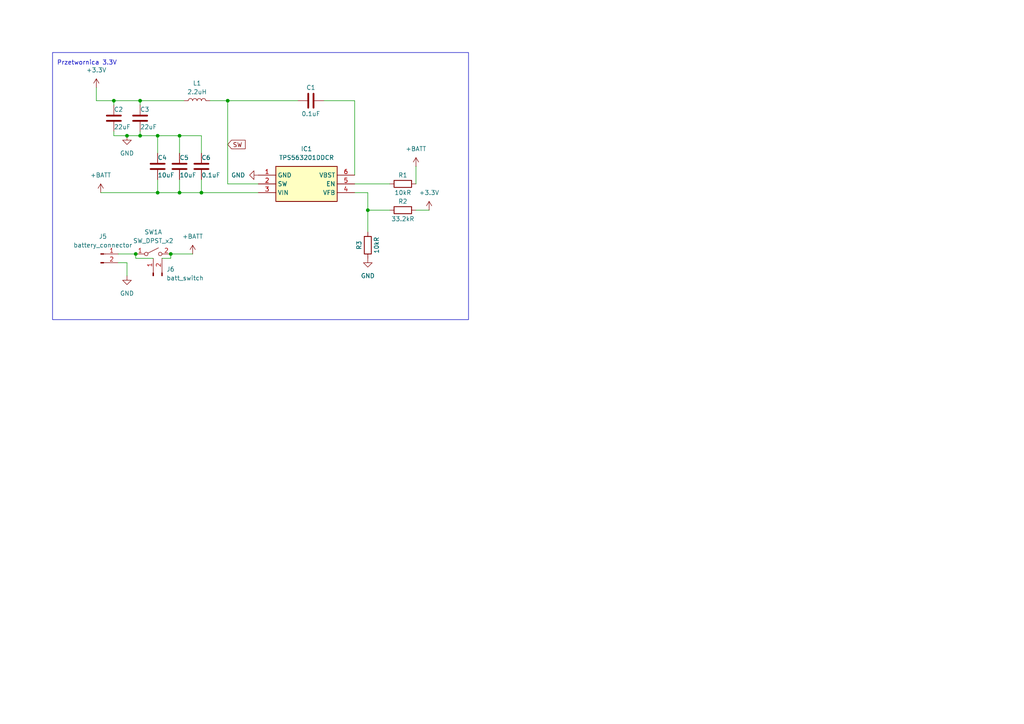
<source format=kicad_sch>
(kicad_sch (version 20231120) (generator "eeschema") (generator_version "8.0")
  (paper "A4")
  (lib_symbols
    (symbol "+3.3V_1" (power) (pin_numbers hide) (pin_names (offset 0) hide)
      (property "Value" "+3.3V" (at 0 3.556 0))
      (symbol "+3.3V_1_0_1"
        (polyline (pts (xy -0.762 1.27) (xy 0 2.54)))
        (polyline (pts (xy 0 0) (xy 0 2.54)))
        (polyline (pts (xy 0 2.54) (xy 0.762 1.27)))
      )
      (symbol "+3.3V_1_1_1"
        (pin power_in line (at 0 0 90) (length 0) (name "~") (number "1"))
      )
    )
    (symbol "Connector:Conn_01x02_Pin" (pin_names (offset 1.016) hide)
      (property "Reference" "J" (at 0 2.54 0))
      (property "Value" "Conn_01x02_Pin" (at 0 -5.08 0))
      (symbol "Conn_01x02_Pin_1_1"
        (polyline (pts (xy 1.27 -2.54) (xy 0.8636 -2.54)) (stroke (width 0.1524)))
        (polyline (pts (xy 1.27 0) (xy 0.8636 0)) (stroke (width 0.1524)))
        (rectangle (start 0.8636 -2.413) (end 0 -2.667) (stroke (width 0.1524)) (fill (type outline)))
        (rectangle (start 0.8636 0.127) (end 0 -0.127) (stroke (width 0.1524)) (fill (type outline)))
        (pin passive line (at 5.08 0 180) (length 3.81) (name "Pin_1") (number "1"))
        (pin passive line (at 5.08 -2.54 180) (length 3.81) (name "Pin_2") (number "2"))
      )
    )
    (symbol "Device:C" (pin_numbers hide) (pin_names (offset 0.254))
      (property "Reference" "C" (at 0.635 2.54 0))
      (property "Value" "C" (at 0.635 -2.54 0))
      (symbol "C_0_1"
        (polyline (pts (xy -2.032 -0.762) (xy 2.032 -0.762)) (stroke (width 0.508)))
        (polyline (pts (xy -2.032 0.762) (xy 2.032 0.762)) (stroke (width 0.508)))
      )
      (symbol "C_1_1"
        (pin passive line (at 0 3.81 270) (length 2.794) (name "~") (number "1"))
        (pin passive line (at 0 -3.81 90) (length 2.794) (name "~") (number "2"))
      )
    )
    (symbol "Device:L" (pin_numbers hide) (pin_names (offset 1.016) hide)
      (property "Reference" "L" (at -1.27 0 90))
      (property "Value" "L" (at 1.905 0 90))
      (symbol "L_0_1"
        (arc (start 0 -2.54) (mid 0.6323 -1.905) (end 0 -1.27))
        (arc (start 0 -1.27) (mid 0.6323 -0.635) (end 0 0))
        (arc (start 0 0) (mid 0.6323 0.635) (end 0 1.27))
        (arc (start 0 1.27) (mid 0.6323 1.905) (end 0 2.54))
      )
      (symbol "L_1_1"
        (pin passive line (at 0 3.81 270) (length 1.27) (name "1") (number "1"))
        (pin passive line (at 0 -3.81 90) (length 1.27) (name "2") (number "2"))
      )
    )
    (symbol "Device:R" (pin_numbers hide) (pin_names (offset 0))
      (property "Reference" "R" (at 2.032 0 90))
      (property "Value" "R" (at 0 0 90))
      (symbol "R_0_1"
        (rectangle (start -1.016 -2.54) (end 1.016 2.54) (stroke (width 0.254)))
      )
      (symbol "R_1_1"
        (pin passive line (at 0 3.81 270) (length 1.27) (name "~") (number "1"))
        (pin passive line (at 0 -3.81 90) (length 1.27) (name "~") (number "2"))
      )
    )
    (symbol "Importowane schematy:TPS563201DDCR"
      (property "Reference" "IC" (at 24.13 7.62 0))
      (property "Value" "TPS563201DDCR" (at 24.13 5.08 0))
      (symbol "TPS563201DDCR_1_1"
        (rectangle (start 5.08 2.54) (end 22.86 -7.62) (stroke (width 0.254)) (fill (type background)))
        (pin passive line (at 0 0 0) (length 5.08) (name "GND") (number "1"))
        (pin passive line (at 0 -2.54 0) (length 5.08) (name "SW") (number "2"))
        (pin passive line (at 0 -5.08 0) (length 5.08) (name "VIN") (number "3"))
        (pin passive line (at 27.94 -5.08 180) (length 5.08) (name "VFB") (number "4"))
        (pin passive line (at 27.94 -2.54 180) (length 5.08) (name "EN") (number "5"))
        (pin passive line (at 27.94 0 180) (length 5.08) (name "VBST") (number "6"))
      )
    )
    (symbol "Switch:SW_DPST_x2" (pin_names (offset 0) hide)
      (property "Reference" "SW" (at 0 3.175 0))
      (property "Value" "SW_DPST_x2" (at 0 -2.54 0))
      (symbol "SW_DPST_x2_0_0"
        (circle (center -2.032 0) (radius 0.508))
        (polyline (pts (xy -1.524 0.254) (xy 1.524 1.778)))
        (circle (center 2.032 0) (radius 0.508))
      )
      (symbol "SW_DPST_x2_1_1"
        (pin passive line (at -5.08 0 0) (length 2.54) (name "A") (number "1"))
        (pin passive line (at 5.08 0 180) (length 2.54) (name "B") (number "2"))
      )
      (symbol "SW_DPST_x2_2_1"
        (pin passive line (at -5.08 0 0) (length 2.54) (name "A") (number "3"))
        (pin passive line (at 5.08 0 180) (length 2.54) (name "B") (number "4"))
      )
    )
    (symbol "power:+BATT" (power) (pin_numbers hide) (pin_names (offset 0) hide)
      (property "Value" "+BATT" (at 0 3.556 0))
      (symbol "+BATT_0_1"
        (polyline (pts (xy -0.762 1.27) (xy 0 2.54)))
        (polyline (pts (xy 0 0) (xy 0 2.54)))
        (polyline (pts (xy 0 2.54) (xy 0.762 1.27)))
      )
      (symbol "+BATT_1_1"
        (pin power_in line (at 0 0 90) (length 0) (name "~") (number "1"))
      )
    )
    (symbol "power:GND" (power) (pin_names (offset 0))
      (property "Value" "GND" (at 0 -3.81 0))
      (symbol "GND_0_1"
        (polyline (pts (xy 0 0) (xy 0 -1.27) (xy 1.27 -1.27) (xy 0 -2.54) (xy -1.27 -1.27) (xy 0 -1.27)))
      )
      (symbol "GND_1_1"
        (pin power_in line (at 0 0 270) (length 0) hide (name "GND") (number "1"))
      )
    )
  )
  (junction (at 58.42 55.88))
  (junction (at 45.72 39.37))
  (junction (at 66.04 29.21))
  (junction (at 52.07 39.37))
  (junction (at 40.64 39.37))
  (junction (at 39.37 73.66))
  (junction (at 106.68 60.96))
  (junction (at 40.64 29.21))
  (junction (at 49.53 73.66))
  (junction (at 52.07 55.88))
  (junction (at 33.02 29.21))
  (junction (at 36.83 39.37))
  (junction (at 45.72 55.88))
  (wire (pts (xy 36.83 76.2) (xy 36.83 80.01)))
  (wire (pts (xy 120.65 48.26) (xy 120.65 53.34)))
  (wire (pts (xy 27.94 25.4) (xy 27.94 29.21)))
  (wire (pts (xy 27.94 29.21) (xy 33.02 29.21)))
  (wire (pts (xy 49.53 74.93) (xy 46.99 74.93)))
  (wire (pts (xy 45.72 39.37) (xy 45.72 44.45)))
  (wire (pts (xy 60.96 29.21) (xy 66.04 29.21)))
  (wire (pts (xy 58.42 39.37) (xy 52.07 39.37)))
  (wire (pts (xy 58.42 44.45) (xy 58.42 39.37)))
  (wire (pts (xy 52.07 55.88) (xy 58.42 55.88)))
  (wire (pts (xy 39.37 73.66) (xy 39.37 74.93)))
  (wire (pts (xy 36.83 39.37) (xy 40.64 39.37)))
  (wire (pts (xy 45.72 52.07) (xy 45.72 55.88)))
  (wire (pts (xy 33.02 38.1) (xy 33.02 39.37)))
  (wire (pts (xy 33.02 29.21) (xy 33.02 30.48)))
  (wire (pts (xy 45.72 39.37) (xy 40.64 39.37)))
  (wire (pts (xy 40.64 29.21) (xy 40.64 30.48)))
  (wire (pts (xy 49.53 73.66) (xy 55.88 73.66)))
  (wire (pts (xy 58.42 52.07) (xy 58.42 55.88)))
  (wire (pts (xy 52.07 39.37) (xy 45.72 39.37)))
  (wire (pts (xy 34.29 73.66) (xy 39.37 73.66)))
  (wire (pts (xy 106.68 60.96) (xy 106.68 67.31)))
  (wire (pts (xy 66.04 29.21) (xy 66.04 53.34)))
  (wire (pts (xy 102.87 29.21) (xy 102.87 50.8)))
  (wire (pts (xy 45.72 55.88) (xy 52.07 55.88)))
  (wire (pts (xy 106.68 55.88) (xy 106.68 60.96)))
  (wire (pts (xy 33.02 29.21) (xy 40.64 29.21)))
  (wire (pts (xy 66.04 53.34) (xy 74.93 53.34)))
  (wire (pts (xy 40.64 39.37) (xy 40.64 38.1)))
  (wire (pts (xy 49.53 74.93) (xy 49.53 73.66)))
  (wire (pts (xy 66.04 29.21) (xy 86.36 29.21)))
  (wire (pts (xy 93.98 29.21) (xy 102.87 29.21)))
  (wire (pts (xy 58.42 55.88) (xy 74.93 55.88)))
  (wire (pts (xy 29.21 55.88) (xy 45.72 55.88)))
  (wire (pts (xy 40.64 29.21) (xy 53.34 29.21)))
  (wire (pts (xy 52.07 52.07) (xy 52.07 55.88)))
  (wire (pts (xy 34.29 76.2) (xy 36.83 76.2)))
  (wire (pts (xy 106.68 60.96) (xy 113.03 60.96)))
  (wire (pts (xy 120.65 60.96) (xy 124.46 60.96)))
  (wire (pts (xy 52.07 39.37) (xy 52.07 44.45)))
  (wire (pts (xy 102.87 53.34) (xy 113.03 53.34)))
  (wire (pts (xy 102.87 55.88) (xy 106.68 55.88)))
  (wire (pts (xy 44.45 74.93) (xy 39.37 74.93)))
  (wire (pts (xy 33.02 39.37) (xy 36.83 39.37)))
  (rectangle (start 15.24 15.24) (end 135.89 92.71))
  (text "Przetwornica 3.3V\n" (at 16.51 19.05 0) (effects (font (size 1.27 1.27)) (justify left bottom)))
  (global_label "SW" (shape input) (at 66.04 41.91 0) (property "Intersheetrefs" "${INTERSHEET_REFS}" (effects (hide yes))))
  (symbol (lib_id "Device:R") (at 106.68 71.12 180) (unit 1)
    (property "Reference" "R3" (at 104.14 71.12 90))
    (property "Value" "10kR" (at 109.22 71.12 90))
    (property "Footprint" "Resistor_SMD:R_0603_1608Metric" (effects (hide yes)))
  )
  (symbol (lib_id "Importowane schematy:TPS563201DDCR") (at 74.93 50.8 0) (unit 1)
    (property "Reference" "IC1" (at 88.9 43.18 0))
    (property "Value" "TPS563201DDCR" (at 88.9 45.72 0))
    (property "Footprint" "Importowane footprinty:SOT95P280X110-6N" (effects (hide yes)))
    (property "Datasheet" "http://www.ti.com/lit/gpn/tps563201" (effects (hide yes)))
    (property "Height" "1.1" (effects (hide yes)))
    (property "Manufacturer_Name" "Texas Instruments" (effects (hide yes)))
    (property "Manufacturer_Part_Number" "TPS563201DDCR" (effects (hide yes)))
  )
  (symbol (lib_id "Device:R") (at 116.84 53.34 90) (unit 1)
    (property "Reference" "R1" (at 116.84 50.8 90))
    (property "Value" "10kR" (at 116.84 55.88 90))
    (property "Footprint" "Resistor_SMD:R_0603_1608Metric" (effects (hide yes)))
  )
  (symbol (lib_id "Device:C") (at 90.17 29.21 90) (unit 1)
    (property "Reference" "C1" (at 90.17 25.4 90))
    (property "Value" "0.1uF" (at 90.17 33.02 90))
    (property "Footprint" "Capacitor_SMD:C_0603_1608Metric" (effects (hide yes)))
  )
  (symbol (lib_id "Connector:Conn_01x02_Pin") (at 44.45 80.01 90) (unit 1)
    (property "Reference" "J6" (at 48.26 78.1049 90) (effects (justify right)))
    (property "Value" "batt_switch" (at 48.26 80.6449 90) (effects (justify right)))
    (property "Footprint" "Connector_PinHeader_2.54mm:PinHeader_1x02_P2.54mm_Vertical" (effects (hide yes)))
    (property "Description" "Generic connector, single row, 01x02, script generated" (effects (hide yes)))
  )
  (symbol (lib_id "power:+BATT") (at 55.88 73.66 0) (unit 1)
    (property "Reference" "#PWR061" (effects (hide yes)))
    (property "Value" "+BATT" (at 55.88 68.58 0))
    (property "Description" "Power symbol creates a global label with name \"+BATT\"" (effects (hide yes)))
  )
  (symbol (lib_id "Device:C") (at 33.02 34.29 180) (unit 1)
    (property "Reference" "C2" (at 33.02 31.75 0) (effects (justify right)))
    (property "Value" "22uF" (at 33.02 36.83 0) (effects (justify right)))
    (property "Footprint" "Capacitor_SMD:C_0805_2012Metric" (effects (hide yes)))
  )
  (symbol (lib_id "Connector:Conn_01x02_Pin") (at 29.21 73.66 0) (unit 1)
    (property "Reference" "J5" (at 29.845 68.58 0))
    (property "Value" "battery_connector" (at 29.845 71.12 0))
    (property "Footprint" "Connector_PinHeader_2.54mm:PinHeader_1x02_P2.54mm_Vertical" (effects (hide yes)))
    (property "Description" "Generic connector, single row, 01x02, script generated" (effects (hide yes)))
  )
  (symbol (lib_id "Device:C") (at 45.72 48.26 180) (unit 1)
    (property "Reference" "C4" (at 45.72 45.72 0) (effects (justify right)))
    (property "Value" "10uF" (at 45.72 50.8 0) (effects (justify right)))
    (property "Footprint" "Capacitor_SMD:C_0805_2012Metric" (effects (hide yes)))
  )
  (symbol (lib_id "power:GND") (at 74.93 50.8 270) (unit 1)
    (property "Reference" "#PWR02" (effects (hide yes)))
    (property "Value" "GND" (at 71.12 50.8 90) (effects (justify right)))
    (instances (project "Płytka główna" (path "" (reference "#PWR02") (unit 1))) (project "LF_1" (path "" (reference "#PWR05") (unit 1)) (path "" (reference "#PWR02") (unit 1))))
  )
  (symbol (lib_id "Device:R") (at 116.84 60.96 90) (unit 1)
    (property "Reference" "R2" (at 116.84 58.42 90))
    (property "Value" "33.2kR" (at 116.84 63.5 90))
    (property "Footprint" "Resistor_SMD:R_0603_1608Metric" (effects (hide yes)))
  )
  (symbol (lib_id "power:GND") (at 36.83 80.01 0) (unit 1)
    (property "Reference" "#PWR060" (effects (hide yes)))
    (property "Value" "GND" (at 36.83 85.09 0))
  )
  (symbol (lib_id "Device:C") (at 40.64 34.29 180) (unit 1)
    (property "Reference" "C3" (at 40.64 31.75 0) (effects (justify right)))
    (property "Value" "22uF" (at 40.64 36.83 0) (effects (justify right)))
    (property "Footprint" "Capacitor_SMD:C_0805_2012Metric" (effects (hide yes)))
  )
  (symbol (lib_id "Device:C") (at 58.42 48.26 180) (unit 1)
    (property "Reference" "C6" (at 58.42 45.72 0) (effects (justify right)))
    (property "Value" "0.1uF" (at 58.42 50.8 0) (effects (justify right)))
    (property "Footprint" "Capacitor_SMD:C_0805_2012Metric" (effects (hide yes)))
  )
  (symbol (lib_name "+3.3V_1") (lib_id "power:+3.3V") (at 124.46 60.96 0) (unit 1)
    (property "Reference" "#PWR03" (effects (hide yes)))
    (property "Value" "+3.3V" (at 124.46 55.88 0))
    (property "Description" "Power symbol creates a global label with name \"+3.3V\"" (effects (hide yes)))
  )
  (symbol (lib_id "power:+BATT") (at 29.21 55.88 0) (unit 1)
    (property "Reference" "#PWR058" (effects (hide yes)))
    (property "Value" "+BATT" (at 29.21 50.8 0))
    (property "Description" "Power symbol creates a global label with name \"+BATT\"" (effects (hide yes)))
  )
  (symbol (lib_id "Device:C") (at 52.07 48.26 180) (unit 1)
    (property "Reference" "C5" (at 52.07 45.72 0) (effects (justify right)))
    (property "Value" "10uF" (at 52.07 50.8 0) (effects (justify right)))
    (property "Footprint" "Capacitor_SMD:C_0805_2012Metric" (effects (hide yes)))
  )
  (symbol (lib_id "Device:L") (at 57.15 29.21 90) (unit 1)
    (property "Reference" "L1" (at 57.15 24.13 90))
    (property "Value" "2.2uH" (at 57.15 26.67 90))
    (property "Footprint" "Inductor_SMD:L_TDK_VLS6045EX_VLS6045AF" (effects (hide yes)))
  )
  (symbol (lib_id "power:+BATT") (at 120.65 48.26 0) (unit 1)
    (property "Reference" "#PWR059" (effects (hide yes)))
    (property "Value" "+BATT" (at 120.65 43.18 0))
    (property "Description" "Power symbol creates a global label with name \"+BATT\"" (effects (hide yes)))
  )
  (symbol (lib_id "power:GND") (at 36.83 39.37 0) (unit 1)
    (property "Reference" "#PWR01" (effects (hide yes)))
    (property "Value" "GND" (at 36.83 44.45 0))
    (instances (project "Płytka główna" (path "" (reference "#PWR01") (unit 1))) (project "LF_1" (path "" (reference "#PWR05") (unit 1)) (path "" (reference "#PWR01") (unit 1))))
  )
  (symbol (lib_id "Switch:SW_DPST_x2") (at 44.45 73.66 0) (unit 1)
    (property "Reference" "SW1" (at 44.45 67.31 0))
    (property "Value" "SW_DPST_x2" (at 44.45 69.85 0))
    (property "Description" "Single Pole Single Throw (SPST) switch, separate symbol" (effects (hide yes)))
  )
  (symbol (lib_id "power:GND") (at 106.68 74.93 0) (unit 1)
    (property "Reference" "#PWR04" (effects (hide yes)))
    (property "Value" "GND" (at 106.68 80.01 0))
    (instances (project "Płytka główna" (path "" (reference "#PWR04") (unit 1))) (project "LF_1" (path "" (reference "#PWR05") (unit 1)) (path "" (reference "#PWR04") (unit 1))))
  )
  (symbol (lib_name "+3.3V_1") (lib_id "power:+3.3V") (at 27.94 25.4 0) (unit 1)
    (property "Reference" "#PWR057" (effects (hide yes)))
    (property "Value" "+3.3V" (at 27.94 20.32 0))
    (property "Description" "Power symbol creates a global label with name \"+3.3V\"" (effects (hide yes)))
  )
)
</source>
